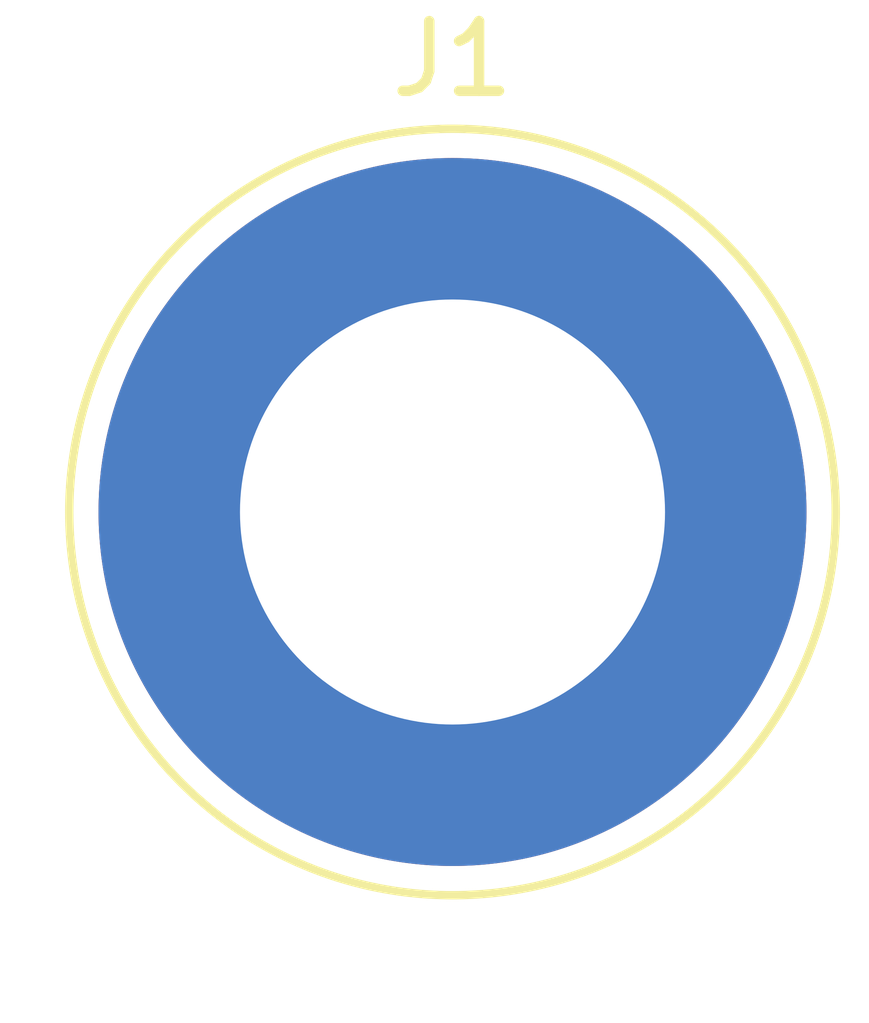
<source format=kicad_pcb>
(kicad_pcb (version 20241229) (generator "pcbnew") (generator_version "9.0")
  (layers (0 "F.Cu" signal) (2 "B.Cu" signal) (13 "F.Paste" user) (15 "B.Paste" user) (5 "F.SilkS" user "F.Silkscreen") (7 "B.SilkS" user "B.Silkscreen") (1 "F.Mask" user) (3 "B.Mask" user) (25 "Edge.Cuts" user))
  (net 0 "")
  (footprint "Connector:Banana_Jack_1Pin" (layer "F.Cu") (at 147 86)
    (property "Reference" "J1" (at 0 -6.5 0) (layer "F.SilkS"))
    (property "Value" "Conn_01x01_Pin")
    (fp_circle (center 0 0) (end 5.5 0) (stroke (width 0.12)) (fill no) (layer "F.SilkS"))
    (pad "1" thru_hole circle (at 0 0) (size 10.16 10.16) (drill 6.1) (layers "*.Cu" "*.Mask"))
  )
)
</source>
